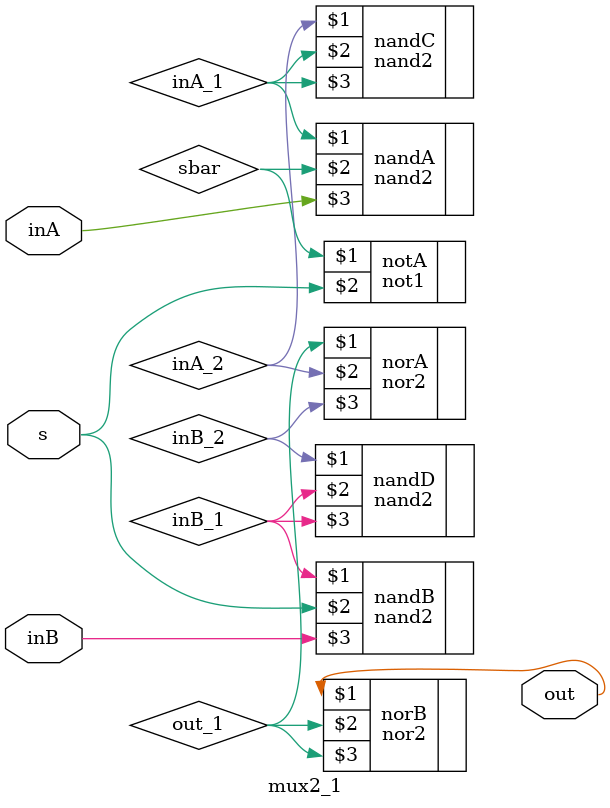
<source format=v>
/*
    CS/ECE 552 Spring '22
    Homework #1, Problem 1

    2-1 mux template
*/
module mux2_1(out, inA, inB, s);
    output  out;
    input   inA, inB;
    input   s;

    // YOUR CODE HERE
    wire inA_1, inB_1, inA_2, inB_2, out_1, sbar;
    not1 notA(sbar, s);
    nand2 nandA(inA_1, sbar, inA);
    nand2 nandB(inB_1, s, inB);
    nand2 nandC(inA_2, inA_1, inA_1);
    nand2 nandD(inB_2, inB_1, inB_1);
    nor2 norA(out_1, inA_2, inB_2);
    nor2 norB(out, out_1, out_1);
        
    
endmodule

</source>
